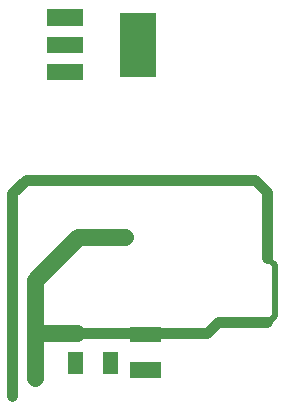
<source format=gbr>
G04 start of page 11 for group -4014 idx -4014 *
G04 Title: (unknown), bottompaste *
G04 Creator: pcb 20140316 *
G04 CreationDate: Fri 08 May 2015 01:38:14 PM GMT UTC *
G04 For: fosse *
G04 Format: Gerber/RS-274X *
G04 PCB-Dimensions (mil): 1250.00 2150.00 *
G04 PCB-Coordinate-Origin: lower left *
%MOIN*%
%FSLAX25Y25*%
%LNBOTTOMPASTE*%
%ADD90C,0.0200*%
%ADD89C,0.0550*%
%ADD88C,0.0350*%
%ADD87R,0.0512X0.0512*%
%ADD86R,0.1220X0.1220*%
%ADD85R,0.0560X0.0560*%
G54D85*X32300Y134000D02*X38900D01*
X32300Y143000D02*X38900D01*
X32300Y152100D02*X38900D01*
G54D86*X60000Y147500D02*Y138500D01*
G54D87*X39095Y38181D02*Y35819D01*
X50905Y38181D02*Y35819D01*
X59745Y34595D02*X65255D01*
X59745Y46405D02*X65255D01*
G54D88*X99000Y98000D02*X103000Y94000D01*
X18000Y93500D02*X22500Y98000D01*
X99000D01*
G54D89*X25500Y64500D02*Y32000D01*
Y64500D02*X40000Y79000D01*
G54D88*X18000Y93500D02*Y26000D01*
G54D89*X40000Y79000D02*X55500D01*
G54D88*X40000Y47000D02*X65500D01*
X103000Y94000D02*Y72000D01*
G54D90*X105500Y69500D01*
Y52500D01*
X103500Y50500D02*X105500Y52500D01*
G54D89*X25500Y47000D02*X39500D01*
G54D88*X86500Y50500D02*X103000D01*
X83000Y47000D02*X86500Y50500D01*
X40000Y47000D02*X83000D01*
M02*

</source>
